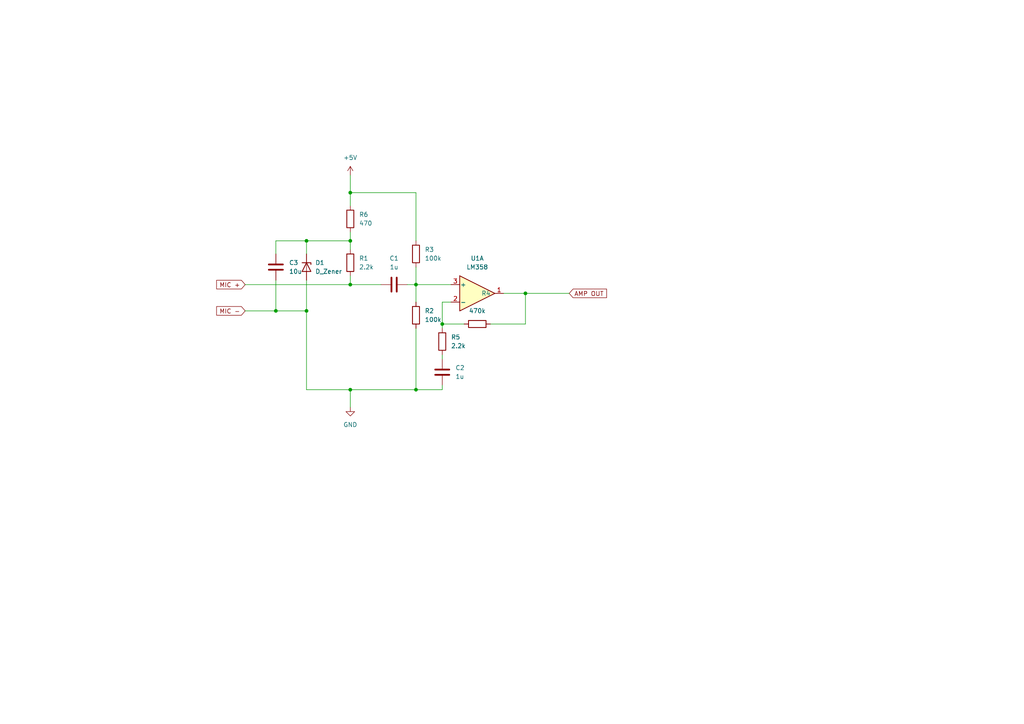
<source format=kicad_sch>
(kicad_sch (version 20231120) (generator "eeschema") (generator_version "8.0")
  (paper "A4")
  (lib_symbols
    (symbol "Amplifier_Operational:LM358" (pin_names (offset 0.127))
      (property "Reference" "U" (at 0 5.08 0))
      (property "Value" "LM358" (at 0 -5.08 0))
      (symbol "LM358_1_1"
        (polyline (pts (xy -5.08 5.08) (xy 5.08 0) (xy -5.08 -5.08) (xy -5.08 5.08)) (stroke (width 0.254)) (fill (type background)))
        (pin output line (at 7.62 0 180) (length 2.54) (name "~") (number "1"))
        (pin input line (at -7.62 -2.54 0) (length 2.54) (name "-") (number "2"))
        (pin input line (at -7.62 2.54 0) (length 2.54) (name "+") (number "3"))
      )
      (symbol "LM358_2_1"
        (polyline (pts (xy -5.08 5.08) (xy 5.08 0) (xy -5.08 -5.08) (xy -5.08 5.08)) (stroke (width 0.254)) (fill (type background)))
        (pin input line (at -7.62 2.54 0) (length 2.54) (name "+") (number "5"))
        (pin input line (at -7.62 -2.54 0) (length 2.54) (name "-") (number "6"))
        (pin output line (at 7.62 0 180) (length 2.54) (name "~") (number "7"))
      )
      (symbol "LM358_3_1"
        (pin power_in line (at -2.54 -7.62 90) (length 3.81) (name "V-") (number "4"))
        (pin power_in line (at -2.54 7.62 270) (length 3.81) (name "V+") (number "8"))
      )
    )
    (symbol "Device:C" (pin_numbers hide) (pin_names (offset 0.254))
      (property "Reference" "C" (at 0.635 2.54 0))
      (property "Value" "C" (at 0.635 -2.54 0))
      (symbol "C_0_1"
        (polyline (pts (xy -2.032 -0.762) (xy 2.032 -0.762)) (stroke (width 0.508)))
        (polyline (pts (xy -2.032 0.762) (xy 2.032 0.762)) (stroke (width 0.508)))
      )
      (symbol "C_1_1"
        (pin passive line (at 0 3.81 270) (length 2.794) (name "~") (number "1"))
        (pin passive line (at 0 -3.81 90) (length 2.794) (name "~") (number "2"))
      )
    )
    (symbol "Device:D_Zener" (pin_numbers hide) (pin_names (offset 1.016) hide)
      (property "Reference" "D" (at 0 2.54 0))
      (property "Value" "D_Zener" (at 0 -2.54 0))
      (symbol "D_Zener_0_1"
        (polyline (pts (xy 1.27 0) (xy -1.27 0)))
        (polyline (pts (xy -1.27 -1.27) (xy -1.27 1.27) (xy -0.762 1.27)) (stroke (width 0.254)))
        (polyline (pts (xy 1.27 -1.27) (xy 1.27 1.27) (xy -1.27 0) (xy 1.27 -1.27)) (stroke (width 0.254)))
      )
      (symbol "D_Zener_1_1"
        (pin passive line (at -3.81 0 0) (length 2.54) (name "K") (number "1"))
        (pin passive line (at 3.81 0 180) (length 2.54) (name "A") (number "2"))
      )
    )
    (symbol "Device:R" (pin_numbers hide) (pin_names (offset 0))
      (property "Reference" "R" (at 2.032 0 90))
      (property "Value" "R" (at 0 0 90))
      (symbol "R_0_1"
        (rectangle (start -1.016 -2.54) (end 1.016 2.54) (stroke (width 0.254)))
      )
      (symbol "R_1_1"
        (pin passive line (at 0 3.81 270) (length 1.27) (name "~") (number "1"))
        (pin passive line (at 0 -3.81 90) (length 1.27) (name "~") (number "2"))
      )
    )
    (symbol "power:+5V" (power) (pin_numbers hide) (pin_names (offset 0) hide)
      (property "Value" "+5V" (at 0 3.556 0))
      (symbol "+5V_0_1"
        (polyline (pts (xy -0.762 1.27) (xy 0 2.54)))
        (polyline (pts (xy 0 0) (xy 0 2.54)))
        (polyline (pts (xy 0 2.54) (xy 0.762 1.27)))
      )
      (symbol "+5V_1_1"
        (pin power_in line (at 0 0 90) (length 0) (name "~") (number "1"))
      )
    )
    (symbol "power:GND" (power) (pin_numbers hide) (pin_names (offset 0) hide)
      (property "Value" "GND" (at 0 -3.81 0))
      (symbol "GND_0_1"
        (polyline (pts (xy 0 0) (xy 0 -1.27) (xy 1.27 -1.27) (xy 0 -2.54) (xy -1.27 -1.27) (xy 0 -1.27)))
      )
      (symbol "GND_1_1"
        (pin power_in line (at 0 0 270) (length 0) (name "~") (number "1"))
      )
    )
  )
  (junction (at 152.4 85.09))
  (junction (at 101.6 69.85))
  (junction (at 120.65 82.55))
  (junction (at 120.65 113.03))
  (junction (at 101.6 82.55))
  (junction (at 88.9 69.85))
  (junction (at 101.6 55.88))
  (junction (at 128.27 93.98))
  (junction (at 101.6 113.03))
  (junction (at 80.01 90.17))
  (junction (at 88.9 90.17))
  (wire (pts (xy 101.6 82.55) (xy 110.49 82.55)))
  (wire (pts (xy 120.65 55.88) (xy 120.65 69.85)))
  (wire (pts (xy 80.01 90.17) (xy 88.9 90.17)))
  (wire (pts (xy 88.9 90.17) (xy 88.9 113.03)))
  (wire (pts (xy 152.4 85.09) (xy 165.1 85.09)))
  (wire (pts (xy 152.4 93.98) (xy 152.4 85.09)))
  (wire (pts (xy 101.6 80.01) (xy 101.6 82.55)))
  (wire (pts (xy 101.6 113.03) (xy 120.65 113.03)))
  (wire (pts (xy 128.27 104.14) (xy 128.27 102.87)))
  (wire (pts (xy 71.12 90.17) (xy 80.01 90.17)))
  (wire (pts (xy 128.27 93.98) (xy 134.62 93.98)))
  (wire (pts (xy 88.9 113.03) (xy 101.6 113.03)))
  (wire (pts (xy 120.65 82.55) (xy 120.65 87.63)))
  (wire (pts (xy 88.9 69.85) (xy 101.6 69.85)))
  (wire (pts (xy 101.6 50.8) (xy 101.6 55.88)))
  (wire (pts (xy 128.27 87.63) (xy 130.81 87.63)))
  (wire (pts (xy 101.6 55.88) (xy 101.6 59.69)))
  (wire (pts (xy 71.12 82.55) (xy 101.6 82.55)))
  (wire (pts (xy 101.6 69.85) (xy 101.6 72.39)))
  (wire (pts (xy 142.24 93.98) (xy 152.4 93.98)))
  (wire (pts (xy 128.27 93.98) (xy 128.27 95.25)))
  (wire (pts (xy 128.27 111.76) (xy 128.27 113.03)))
  (wire (pts (xy 80.01 73.66) (xy 80.01 69.85)))
  (wire (pts (xy 120.65 77.47) (xy 120.65 82.55)))
  (wire (pts (xy 120.65 95.25) (xy 120.65 113.03)))
  (wire (pts (xy 101.6 113.03) (xy 101.6 118.11)))
  (wire (pts (xy 80.01 69.85) (xy 88.9 69.85)))
  (wire (pts (xy 120.65 113.03) (xy 128.27 113.03)))
  (wire (pts (xy 88.9 73.66) (xy 88.9 69.85)))
  (wire (pts (xy 101.6 55.88) (xy 120.65 55.88)))
  (wire (pts (xy 120.65 82.55) (xy 130.81 82.55)))
  (wire (pts (xy 118.11 82.55) (xy 120.65 82.55)))
  (wire (pts (xy 146.05 85.09) (xy 152.4 85.09)))
  (wire (pts (xy 80.01 81.28) (xy 80.01 90.17)))
  (wire (pts (xy 128.27 87.63) (xy 128.27 93.98)))
  (wire (pts (xy 88.9 81.28) (xy 88.9 90.17)))
  (wire (pts (xy 101.6 67.31) (xy 101.6 69.85)))
  (global_label "AMP OUT" (shape input) (at 165.1 85.09 0) (property "Intersheetrefs" "${INTERSHEET_REFS}" (effects (hide yes))))
  (global_label "MIC -" (shape input) (at 71.12 90.17 180) (property "Intersheetrefs" "${INTERSHEET_REFS}" (effects (hide yes))))
  (global_label "MIC +" (shape input) (at 71.12 82.55 180) (property "Intersheetrefs" "${INTERSHEET_REFS}" (effects (hide yes))))
  (symbol (lib_id "Device:D_Zener") (at 88.9 77.47 270) (unit 1)
    (property "Reference" "D1" (at 91.44 76.1999 90) (effects (justify left)))
    (property "Value" "D_Zener" (at 91.44 78.7399 90) (effects (justify left)))
    (property "Description" "Zener diode" (effects (hide yes)))
  )
  (symbol (lib_id "Device:R") (at 120.65 91.44 0) (unit 1)
    (property "Reference" "R2" (at 123.19 90.1699 0) (effects (justify left)))
    (property "Value" "100k" (at 123.19 92.7099 0) (effects (justify left)))
    (property "Description" "Resistor" (effects (hide yes)))
  )
  (symbol (lib_id "Device:R") (at 101.6 76.2 0) (unit 1)
    (property "Reference" "R1" (at 104.14 74.9299 0) (effects (justify left)))
    (property "Value" "2.2k" (at 104.14 77.4699 0) (effects (justify left)))
    (property "Description" "Resistor" (effects (hide yes)))
  )
  (symbol (lib_id "Device:R") (at 120.65 73.66 0) (unit 1)
    (property "Reference" "R3" (at 123.19 72.3899 0) (effects (justify left)))
    (property "Value" "100k" (at 123.19 74.9299 0) (effects (justify left)))
    (property "Description" "Resistor" (effects (hide yes)))
  )
  (symbol (lib_id "power:+5V") (at 101.6 50.8 0) (unit 1)
    (property "Reference" "#PWR01" (effects (hide yes)))
    (property "Value" "+5V" (at 101.6 45.72 0))
    (property "Description" "Power symbol creates a global label with name \"+5V\"" (effects (hide yes)))
  )
  (symbol (lib_id "Device:R") (at 101.6 63.5 0) (unit 1)
    (property "Reference" "R6" (at 104.14 62.2299 0) (effects (justify left)))
    (property "Value" "470" (at 104.14 64.7699 0) (effects (justify left)))
    (property "Description" "Resistor" (effects (hide yes)))
  )
  (symbol (lib_id "Device:C") (at 80.01 77.47 0) (unit 1)
    (property "Reference" "C3" (at 83.82 76.1999 0) (effects (justify left)))
    (property "Value" "10u" (at 83.82 78.7399 0) (effects (justify left)))
    (property "Description" "Unpolarized capacitor" (effects (hide yes)))
  )
  (symbol (lib_id "Device:C") (at 114.3 82.55 90) (unit 1)
    (property "Reference" "C1" (at 114.3 74.93 90))
    (property "Value" "1u" (at 114.3 77.47 90))
    (property "Description" "Unpolarized capacitor" (effects (hide yes)))
  )
  (symbol (lib_id "Device:R") (at 138.43 93.98 90) (unit 1)
    (property "Reference" "R4" (at 140.97 85.09 90))
    (property "Value" "470k" (at 138.43 90.17 90))
    (property "Description" "Resistor" (effects (hide yes)))
  )
  (symbol (lib_id "Device:C") (at 128.27 107.95 0) (unit 1)
    (property "Reference" "C2" (at 132.08 106.6799 0) (effects (justify left)))
    (property "Value" "1u" (at 132.08 109.2199 0) (effects (justify left)))
    (property "Description" "Unpolarized capacitor" (effects (hide yes)))
  )
  (symbol (lib_id "power:GND") (at 101.6 118.11 0) (unit 1)
    (property "Reference" "#PWR02" (effects (hide yes)))
    (property "Value" "GND" (at 101.6 123.19 0))
    (property "Description" "Power symbol creates a global label with name \"GND\" , ground" (effects (hide yes)))
  )
  (symbol (lib_id "Device:R") (at 128.27 99.06 0) (unit 1)
    (property "Reference" "R5" (at 130.81 97.7899 0) (effects (justify left)))
    (property "Value" "2.2k" (at 130.81 100.3299 0) (effects (justify left)))
    (property "Description" "Resistor" (effects (hide yes)))
  )
  (symbol (lib_id "Amplifier_Operational:LM358") (at 138.43 85.09 0) (unit 1)
    (property "Reference" "U1" (at 138.43 74.93 0))
    (property "Value" "LM358" (at 138.43 77.47 0))
    (property "Footprint" "Package_DIP:DIP-8_W7.62mm_Socket" (effects (hide yes)))
    (property "Datasheet" "http://www.ti.com/lit/ds/symlink/lm2904-n.pdf" (effects (hide yes)))
    (property "Description" "Low-Power, Dual Operational Amplifiers, DIP-8/SOIC-8/TO-99-8" (effects (hide yes)))
  )
)
</source>
